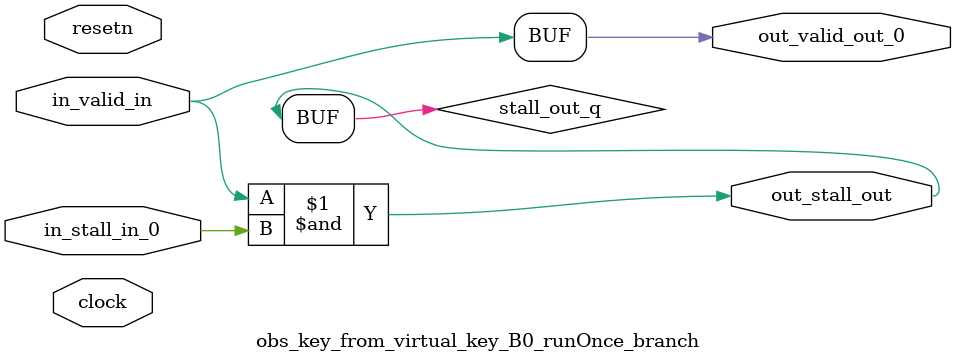
<source format=sv>



(* altera_attribute = "-name AUTO_SHIFT_REGISTER_RECOGNITION OFF; -name MESSAGE_DISABLE 10036; -name MESSAGE_DISABLE 10037; -name MESSAGE_DISABLE 14130; -name MESSAGE_DISABLE 14320; -name MESSAGE_DISABLE 15400; -name MESSAGE_DISABLE 14130; -name MESSAGE_DISABLE 10036; -name MESSAGE_DISABLE 12020; -name MESSAGE_DISABLE 12030; -name MESSAGE_DISABLE 12010; -name MESSAGE_DISABLE 12110; -name MESSAGE_DISABLE 14320; -name MESSAGE_DISABLE 13410; -name MESSAGE_DISABLE 113007; -name MESSAGE_DISABLE 10958" *)
module obs_key_from_virtual_key_B0_runOnce_branch (
    input wire [0:0] in_stall_in_0,
    input wire [0:0] in_valid_in,
    output wire [0:0] out_stall_out,
    output wire [0:0] out_valid_out_0,
    input wire clock,
    input wire resetn
    );

    wire [0:0] stall_out_q;


    // stall_out(LOGICAL,6)
    assign stall_out_q = in_valid_in & in_stall_in_0;

    // out_stall_out(GPOUT,4)
    assign out_stall_out = stall_out_q;

    // out_valid_out_0(GPOUT,5)
    assign out_valid_out_0 = in_valid_in;

endmodule

</source>
